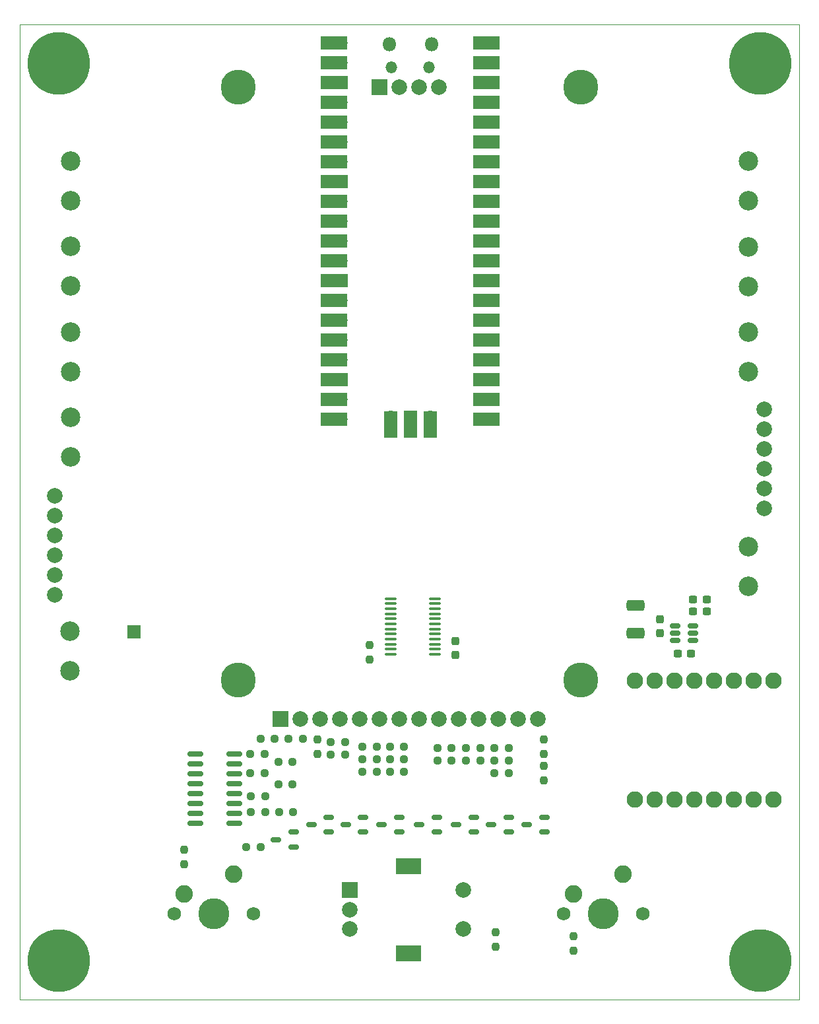
<source format=gbr>
%TF.GenerationSoftware,KiCad,Pcbnew,9.0.5*%
%TF.CreationDate,2025-11-13T17:06:43-05:00*%
%TF.ProjectId,Solder-Oven-PCB-V1,536f6c64-6572-42d4-9f76-656e2d504342,rev?*%
%TF.SameCoordinates,Original*%
%TF.FileFunction,Soldermask,Bot*%
%TF.FilePolarity,Negative*%
%FSLAX46Y46*%
G04 Gerber Fmt 4.6, Leading zero omitted, Abs format (unit mm)*
G04 Created by KiCad (PCBNEW 9.0.5) date 2025-11-13 17:06:43*
%MOMM*%
%LPD*%
G01*
G04 APERTURE LIST*
G04 Aperture macros list*
%AMRoundRect*
0 Rectangle with rounded corners*
0 $1 Rounding radius*
0 $2 $3 $4 $5 $6 $7 $8 $9 X,Y pos of 4 corners*
0 Add a 4 corners polygon primitive as box body*
4,1,4,$2,$3,$4,$5,$6,$7,$8,$9,$2,$3,0*
0 Add four circle primitives for the rounded corners*
1,1,$1+$1,$2,$3*
1,1,$1+$1,$4,$5*
1,1,$1+$1,$6,$7*
1,1,$1+$1,$8,$9*
0 Add four rect primitives between the rounded corners*
20,1,$1+$1,$2,$3,$4,$5,0*
20,1,$1+$1,$4,$5,$6,$7,0*
20,1,$1+$1,$6,$7,$8,$9,0*
20,1,$1+$1,$8,$9,$2,$3,0*%
G04 Aperture macros list end*
%ADD10C,1.750000*%
%ADD11C,2.250000*%
%ADD12C,3.987800*%
%ADD13C,4.500000*%
%ADD14C,2.000000*%
%ADD15R,2.000000X2.000000*%
%ADD16C,8.000000*%
%ADD17C,2.500000*%
%ADD18R,3.200000X2.000000*%
%ADD19R,1.700000X1.700000*%
%ADD20RoundRect,0.237500X-0.250000X-0.237500X0.250000X-0.237500X0.250000X0.237500X-0.250000X0.237500X0*%
%ADD21RoundRect,0.237500X-0.300000X-0.237500X0.300000X-0.237500X0.300000X0.237500X-0.300000X0.237500X0*%
%ADD22RoundRect,0.237500X0.250000X0.237500X-0.250000X0.237500X-0.250000X-0.237500X0.250000X-0.237500X0*%
%ADD23RoundRect,0.237500X0.237500X-0.250000X0.237500X0.250000X-0.237500X0.250000X-0.237500X-0.250000X0*%
%ADD24RoundRect,0.150000X0.512500X0.150000X-0.512500X0.150000X-0.512500X-0.150000X0.512500X-0.150000X0*%
%ADD25RoundRect,0.350000X0.800000X-0.350000X0.800000X0.350000X-0.800000X0.350000X-0.800000X-0.350000X0*%
%ADD26RoundRect,0.237500X-0.237500X0.300000X-0.237500X-0.300000X0.237500X-0.300000X0.237500X0.300000X0*%
%ADD27RoundRect,0.100000X-0.637500X-0.100000X0.637500X-0.100000X0.637500X0.100000X-0.637500X0.100000X0*%
%ADD28O,1.800000X1.800000*%
%ADD29O,1.500000X1.500000*%
%ADD30O,1.700000X1.700000*%
%ADD31R,3.500000X1.700000*%
%ADD32R,1.700000X3.500000*%
%ADD33RoundRect,0.150000X0.850000X0.150000X-0.850000X0.150000X-0.850000X-0.150000X0.850000X-0.150000X0*%
%ADD34RoundRect,0.237500X0.300000X0.237500X-0.300000X0.237500X-0.300000X-0.237500X0.300000X-0.237500X0*%
%ADD35RoundRect,0.237500X0.237500X-0.300000X0.237500X0.300000X-0.237500X0.300000X-0.237500X-0.300000X0*%
%ADD36C,2.109000*%
%ADD37RoundRect,0.237500X-0.237500X0.250000X-0.237500X-0.250000X0.237500X-0.250000X0.237500X0.250000X0*%
%TA.AperFunction,Profile*%
%ADD38C,0.050000*%
%TD*%
G04 APERTURE END LIST*
D10*
%TO.C,SW3*%
X179955000Y-164000000D03*
X169795000Y-164000000D03*
D11*
X171065000Y-161460000D03*
D12*
X174875000Y-164000000D03*
D11*
X177415000Y-158920000D03*
%TD*%
D13*
%TO.C,U4*%
X128000000Y-58000000D03*
X128000000Y-134080000D03*
X172000000Y-58000000D03*
X172000000Y-134080000D03*
D14*
X166510000Y-139000000D03*
X163970000Y-139000000D03*
X161430000Y-139000000D03*
X158890000Y-139000000D03*
X156350000Y-139000000D03*
X153810000Y-139000000D03*
X151270000Y-139000000D03*
X148730000Y-139000000D03*
X146190000Y-139000000D03*
X143650000Y-139000000D03*
X141110000Y-139000000D03*
X138570000Y-139000000D03*
X136030000Y-139000000D03*
D15*
X133490000Y-139000000D03*
D14*
X153810000Y-58000000D03*
X151270000Y-58000000D03*
X148730000Y-58000000D03*
D15*
X146190000Y-58000000D03*
%TD*%
D16*
%TO.C,H3*%
X105000000Y-170000000D03*
%TD*%
D17*
%TO.C,J2*%
X106500000Y-94500000D03*
X106500000Y-89420000D03*
%TD*%
D16*
%TO.C,H1*%
X105000000Y-55000000D03*
%TD*%
D17*
%TO.C,J4*%
X193500000Y-67460000D03*
X193500000Y-72540000D03*
%TD*%
D16*
%TO.C,H4*%
X195000000Y-170000000D03*
%TD*%
D15*
%TO.C,SW1*%
X142375000Y-161000000D03*
D14*
X142375000Y-166000000D03*
X142375000Y-163500000D03*
D18*
X149875000Y-157900000D03*
X149875000Y-169100000D03*
D14*
X156875000Y-166000000D03*
X156875000Y-161000000D03*
%TD*%
%TO.C,J7*%
X195500000Y-99320000D03*
X195500000Y-101860000D03*
X195500000Y-104400000D03*
X195500000Y-106960000D03*
X195500000Y-109500000D03*
X195500000Y-112040000D03*
%TD*%
D19*
%TO.C,J11*%
X114625000Y-127875000D03*
%TD*%
D17*
%TO.C,J6*%
X106500000Y-72540000D03*
X106500000Y-67460000D03*
%TD*%
%TO.C,J3*%
X106500000Y-83500000D03*
X106500000Y-78420000D03*
%TD*%
%TO.C,J12*%
X193500000Y-116960000D03*
X193500000Y-122040000D03*
%TD*%
D10*
%TO.C,SW2*%
X129955000Y-164000000D03*
X119795000Y-164000000D03*
D11*
X121065000Y-161460000D03*
D12*
X124875000Y-164000000D03*
D11*
X127415000Y-158920000D03*
%TD*%
D14*
%TO.C,J5*%
X104500000Y-123110000D03*
X104500000Y-120570000D03*
X104500000Y-118030000D03*
X104500000Y-115470000D03*
X104500000Y-112930000D03*
X104500000Y-110390000D03*
%TD*%
D17*
%TO.C,J8*%
X193500000Y-78460000D03*
X193500000Y-83540000D03*
%TD*%
%TO.C,J10*%
X106426000Y-132842000D03*
X106426000Y-127762000D03*
%TD*%
D16*
%TO.C,H2*%
X195000000Y-55000000D03*
%TD*%
D17*
%TO.C,J1*%
X106500000Y-105460000D03*
X106500000Y-100380000D03*
%TD*%
%TO.C,J9*%
X193500000Y-89460000D03*
X193500000Y-94540000D03*
%TD*%
D20*
%TO.C,R29*%
X129587500Y-146000000D03*
X131412500Y-146000000D03*
%TD*%
D21*
%TO.C,C17*%
X186412500Y-123700000D03*
X188137500Y-123700000D03*
%TD*%
D20*
%TO.C,R32*%
X129087500Y-155500000D03*
X130912500Y-155500000D03*
%TD*%
%TO.C,R41*%
X147487500Y-142600000D03*
X149312500Y-142600000D03*
%TD*%
%TO.C,R30*%
X133175000Y-144500000D03*
X135000000Y-144500000D03*
%TD*%
D22*
%TO.C,R38*%
X149312500Y-144200000D03*
X147487500Y-144200000D03*
%TD*%
D23*
%TO.C,R21*%
X167275000Y-143487500D03*
X167275000Y-141662500D03*
%TD*%
D22*
%TO.C,R42*%
X145800000Y-142600000D03*
X143975000Y-142600000D03*
%TD*%
D24*
%TO.C,Q4*%
X148675000Y-151650000D03*
X148675000Y-153550000D03*
X146400000Y-152600000D03*
%TD*%
D22*
%TO.C,R28*%
X134987500Y-147425000D03*
X133162500Y-147425000D03*
%TD*%
D24*
%TO.C,U8*%
X186375000Y-127100000D03*
X186375000Y-128050000D03*
X186375000Y-129000000D03*
X184100000Y-129000000D03*
X184100000Y-128050000D03*
X184100000Y-127100000D03*
%TD*%
D22*
%TO.C,R25*%
X131500000Y-151000000D03*
X129675000Y-151000000D03*
%TD*%
D24*
%TO.C,Q5*%
X153537500Y-151650000D03*
X153537500Y-153550000D03*
X151262500Y-152600000D03*
%TD*%
D22*
%TO.C,R26*%
X135087500Y-151000000D03*
X133262500Y-151000000D03*
%TD*%
D23*
%TO.C,R15*%
X167275000Y-146912500D03*
X167275000Y-145087500D03*
%TD*%
D22*
%TO.C,R35*%
X155400000Y-142800000D03*
X153575000Y-142800000D03*
%TD*%
%TO.C,R27*%
X131487500Y-148925000D03*
X129662500Y-148925000D03*
%TD*%
D20*
%TO.C,R37*%
X143975000Y-144200000D03*
X145800000Y-144200000D03*
%TD*%
D23*
%TO.C,R19*%
X171050000Y-168712500D03*
X171050000Y-166887500D03*
%TD*%
D25*
%TO.C,L2*%
X179000000Y-128025000D03*
X179000000Y-124475000D03*
%TD*%
D26*
%TO.C,C15*%
X182100000Y-126262500D03*
X182100000Y-127987500D03*
%TD*%
D24*
%TO.C,Q7*%
X162737500Y-151650000D03*
X162737500Y-153550000D03*
X160462500Y-152600000D03*
%TD*%
D27*
%TO.C,U7*%
X147575000Y-130750000D03*
X147575000Y-130100000D03*
X147575000Y-129450000D03*
X147575000Y-128800000D03*
X147575000Y-128150000D03*
X147575000Y-127500000D03*
X147575000Y-126850000D03*
X147575000Y-126200000D03*
X147575000Y-125550000D03*
X147575000Y-124900000D03*
X147575000Y-124250000D03*
X147575000Y-123600000D03*
X153300000Y-123600000D03*
X153300000Y-124250000D03*
X153300000Y-124900000D03*
X153300000Y-125550000D03*
X153300000Y-126200000D03*
X153300000Y-126850000D03*
X153300000Y-127500000D03*
X153300000Y-128150000D03*
X153300000Y-128800000D03*
X153300000Y-129450000D03*
X153300000Y-130100000D03*
X153300000Y-130750000D03*
%TD*%
D24*
%TO.C,Q8*%
X167337500Y-151650000D03*
X167337500Y-153550000D03*
X165062500Y-152600000D03*
%TD*%
D21*
%TO.C,C16*%
X186412500Y-125275000D03*
X188137500Y-125275000D03*
%TD*%
D20*
%TO.C,R12*%
X153575000Y-144400000D03*
X155400000Y-144400000D03*
%TD*%
D24*
%TO.C,Q6*%
X158275000Y-151650000D03*
X158275000Y-153550000D03*
X156000000Y-152600000D03*
%TD*%
D20*
%TO.C,R31*%
X129587500Y-143500000D03*
X131412500Y-143500000D03*
%TD*%
D28*
%TO.C,U10*%
X152835000Y-52470000D03*
D29*
X152535000Y-55500000D03*
X147685000Y-55500000D03*
D28*
X147385000Y-52470000D03*
D30*
X159000000Y-52340000D03*
D31*
X159900000Y-52340000D03*
D30*
X159000000Y-54880000D03*
D31*
X159900000Y-54880000D03*
D19*
X159000000Y-57420000D03*
D31*
X159900000Y-57420000D03*
D30*
X159000000Y-59960000D03*
D31*
X159900000Y-59960000D03*
D30*
X159000000Y-62500000D03*
D31*
X159900000Y-62500000D03*
D30*
X159000000Y-65040000D03*
D31*
X159900000Y-65040000D03*
D30*
X159000000Y-67580000D03*
D31*
X159900000Y-67580000D03*
D19*
X159000000Y-70120000D03*
D31*
X159900000Y-70120000D03*
D30*
X159000000Y-72660000D03*
D31*
X159900000Y-72660000D03*
D30*
X159000000Y-75200000D03*
D31*
X159900000Y-75200000D03*
D30*
X159000000Y-77740000D03*
D31*
X159900000Y-77740000D03*
D30*
X159000000Y-80280000D03*
D31*
X159900000Y-80280000D03*
D19*
X159000000Y-82820000D03*
D31*
X159900000Y-82820000D03*
D30*
X159000000Y-85360000D03*
D31*
X159900000Y-85360000D03*
D30*
X159000000Y-87900000D03*
D31*
X159900000Y-87900000D03*
D30*
X159000000Y-90440000D03*
D31*
X159900000Y-90440000D03*
D30*
X159000000Y-92980000D03*
D31*
X159900000Y-92980000D03*
D19*
X159000000Y-95520000D03*
D31*
X159900000Y-95520000D03*
D30*
X159000000Y-98060000D03*
D31*
X159900000Y-98060000D03*
D30*
X159000000Y-100600000D03*
D31*
X159900000Y-100600000D03*
D30*
X141220000Y-100600000D03*
D31*
X140320000Y-100600000D03*
D30*
X141220000Y-98060000D03*
D31*
X140320000Y-98060000D03*
D19*
X141220000Y-95520000D03*
D31*
X140320000Y-95520000D03*
D30*
X141220000Y-92980000D03*
D31*
X140320000Y-92980000D03*
D30*
X141220000Y-90440000D03*
D31*
X140320000Y-90440000D03*
D30*
X141220000Y-87900000D03*
D31*
X140320000Y-87900000D03*
D30*
X141220000Y-85360000D03*
D31*
X140320000Y-85360000D03*
D19*
X141220000Y-82820000D03*
D31*
X140320000Y-82820000D03*
D30*
X141220000Y-80280000D03*
D31*
X140320000Y-80280000D03*
D30*
X141220000Y-77740000D03*
D31*
X140320000Y-77740000D03*
D30*
X141220000Y-75200000D03*
D31*
X140320000Y-75200000D03*
D30*
X141220000Y-72660000D03*
D31*
X140320000Y-72660000D03*
D19*
X141220000Y-70120000D03*
D31*
X140320000Y-70120000D03*
D30*
X141220000Y-67580000D03*
D31*
X140320000Y-67580000D03*
D30*
X141220000Y-65040000D03*
D31*
X140320000Y-65040000D03*
D30*
X141220000Y-62500000D03*
D31*
X140320000Y-62500000D03*
D30*
X141220000Y-59960000D03*
D31*
X140320000Y-59960000D03*
D19*
X141220000Y-57420000D03*
D31*
X140320000Y-57420000D03*
D30*
X141220000Y-54880000D03*
D31*
X140320000Y-54880000D03*
D30*
X141220000Y-52340000D03*
D31*
X140320000Y-52340000D03*
D30*
X152650000Y-100370000D03*
D32*
X152650000Y-101270000D03*
D19*
X150110000Y-100370000D03*
D32*
X150110000Y-101270000D03*
D30*
X147570000Y-100370000D03*
D32*
X147570000Y-101270000D03*
%TD*%
D33*
%TO.C,U6*%
X127500000Y-143500000D03*
X127500000Y-144770000D03*
X127500000Y-146040000D03*
X127500000Y-147310000D03*
X127500000Y-148580000D03*
X127500000Y-149850000D03*
X127500000Y-151120000D03*
X127500000Y-152390000D03*
X122500000Y-152390000D03*
X122500000Y-151120000D03*
X122500000Y-149850000D03*
X122500000Y-148580000D03*
X122500000Y-147310000D03*
X122500000Y-146040000D03*
X122500000Y-144770000D03*
X122500000Y-143500000D03*
%TD*%
D23*
%TO.C,R24*%
X161050000Y-168212500D03*
X161050000Y-166387500D03*
%TD*%
D34*
%TO.C,C14*%
X186112500Y-130625000D03*
X184387500Y-130625000D03*
%TD*%
D20*
%TO.C,R14*%
X160887500Y-146000000D03*
X162712500Y-146000000D03*
%TD*%
D22*
%TO.C,R9*%
X141712500Y-143600000D03*
X139887500Y-143600000D03*
%TD*%
D24*
%TO.C,Q3*%
X144075000Y-151650000D03*
X144075000Y-153550000D03*
X141800000Y-152600000D03*
%TD*%
%TO.C,Q2*%
X139675000Y-151650000D03*
X139675000Y-153550000D03*
X137400000Y-152600000D03*
%TD*%
D20*
%TO.C,R39*%
X160887500Y-144400000D03*
X162712500Y-144400000D03*
%TD*%
D22*
%TO.C,R40*%
X162712500Y-142800000D03*
X160887500Y-142800000D03*
%TD*%
%TO.C,R20*%
X159112500Y-142800000D03*
X157287500Y-142800000D03*
%TD*%
D35*
%TO.C,C19*%
X155862500Y-130787500D03*
X155862500Y-129062500D03*
%TD*%
D23*
%TO.C,R22*%
X144862500Y-131412500D03*
X144862500Y-129587500D03*
%TD*%
D22*
%TO.C,R16*%
X141712500Y-142000000D03*
X139887500Y-142000000D03*
%TD*%
D23*
%TO.C,R8*%
X138200000Y-143512500D03*
X138200000Y-141687500D03*
%TD*%
D20*
%TO.C,R36*%
X134487500Y-141600000D03*
X136312500Y-141600000D03*
%TD*%
D24*
%TO.C,Q1*%
X135137500Y-153550000D03*
X135137500Y-155450000D03*
X132862500Y-154500000D03*
%TD*%
D20*
%TO.C,R10*%
X143975000Y-145800000D03*
X145800000Y-145800000D03*
%TD*%
%TO.C,R13*%
X157287500Y-144400000D03*
X159112500Y-144400000D03*
%TD*%
D36*
%TO.C,U3*%
X196700000Y-134105000D03*
X194160000Y-134105000D03*
X191620000Y-134105000D03*
X189080000Y-134105000D03*
X186540000Y-134105000D03*
X184000000Y-134105000D03*
X181460000Y-134105000D03*
X178920000Y-134105000D03*
X178920000Y-149345000D03*
X181460000Y-149345000D03*
X184000000Y-149345000D03*
X186540000Y-149345000D03*
X189080000Y-149345000D03*
X191620000Y-149345000D03*
X194160000Y-149345000D03*
X196700000Y-149345000D03*
%TD*%
D22*
%TO.C,R11*%
X149312500Y-145800000D03*
X147487500Y-145800000D03*
%TD*%
D37*
%TO.C,R23*%
X121100000Y-155837500D03*
X121100000Y-157662500D03*
%TD*%
D20*
%TO.C,R43*%
X130887500Y-141600000D03*
X132712500Y-141600000D03*
%TD*%
D38*
X100000000Y-50000000D02*
X200000000Y-50000000D01*
X200000000Y-175000000D01*
X100000000Y-175000000D01*
X100000000Y-50000000D01*
M02*

</source>
